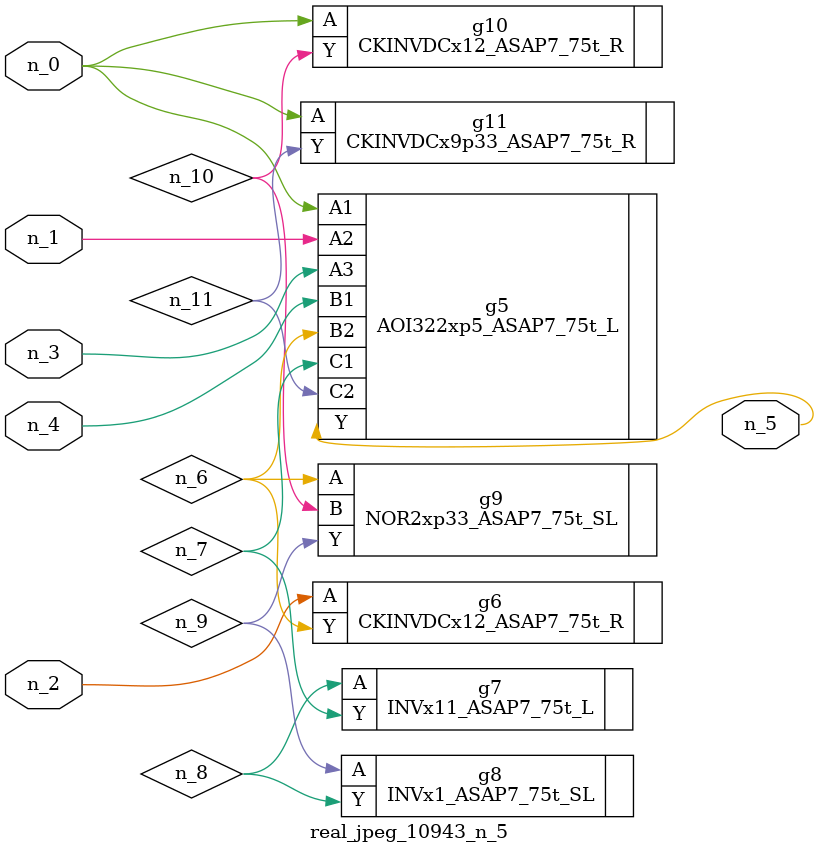
<source format=v>
module real_jpeg_10943_n_5 (n_4, n_0, n_1, n_2, n_3, n_5);

input n_4;
input n_0;
input n_1;
input n_2;
input n_3;

output n_5;

wire n_8;
wire n_11;
wire n_6;
wire n_7;
wire n_10;
wire n_9;

AOI322xp5_ASAP7_75t_L g5 ( 
.A1(n_0),
.A2(n_1),
.A3(n_3),
.B1(n_4),
.B2(n_6),
.C1(n_7),
.C2(n_11),
.Y(n_5)
);

CKINVDCx12_ASAP7_75t_R g10 ( 
.A(n_0),
.Y(n_10)
);

CKINVDCx9p33_ASAP7_75t_R g11 ( 
.A(n_0),
.Y(n_11)
);

CKINVDCx12_ASAP7_75t_R g6 ( 
.A(n_2),
.Y(n_6)
);

NOR2xp33_ASAP7_75t_SL g9 ( 
.A(n_6),
.B(n_10),
.Y(n_9)
);

INVx11_ASAP7_75t_L g7 ( 
.A(n_8),
.Y(n_7)
);

INVx1_ASAP7_75t_SL g8 ( 
.A(n_9),
.Y(n_8)
);


endmodule
</source>
